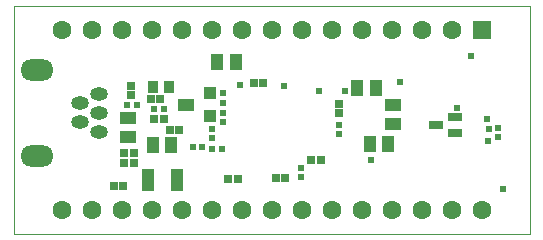
<source format=gbs>
G04*
G04 #@! TF.GenerationSoftware,Altium Limited,Altium Designer,20.1.12 (249)*
G04*
G04 Layer_Color=16711935*
%FSLAX44Y44*%
%MOMM*%
G71*
G04*
G04 #@! TF.SameCoordinates,46D68336-88F1-4D35-9B3F-DF4CA844E206*
G04*
G04*
G04 #@! TF.FilePolarity,Negative*
G04*
G01*
G75*
%ADD12C,0.1000*%
%ADD29R,0.6016X0.6016*%
%ADD34R,0.6516X0.6516*%
%ADD35R,0.6016X0.6016*%
%ADD38R,1.0516X1.4516*%
%ADD39O,1.5016X1.1016*%
%ADD40O,2.8016X1.8016*%
%ADD41C,0.1016*%
%ADD42C,1.6016*%
%ADD43R,1.6016X1.6016*%
%ADD69R,1.4516X1.0516*%
%ADD70R,0.6516X0.6516*%
%ADD71R,1.0160X1.0160*%
%ADD72R,1.3716X1.0160*%
%ADD73R,1.1016X1.9016*%
%ADD74R,0.8516X1.0016*%
%ADD75R,1.1516X0.6516*%
%ADD76C,0.6096*%
D12*
X260000Y740000D02*
Y933040D01*
X696880Y740000D02*
Y933040D01*
X260000Y740000D02*
X696880D01*
X260000Y933040D02*
X696880D01*
D29*
X437546Y858808D02*
D03*
Y850808D02*
D03*
Y842552D02*
D03*
Y834552D02*
D03*
X428402Y828582D02*
D03*
Y820582D02*
D03*
X503586Y795816D02*
D03*
Y787816D02*
D03*
X535440Y832270D02*
D03*
Y824270D02*
D03*
X670440Y829520D02*
D03*
Y821520D02*
D03*
D34*
X463190Y867520D02*
D03*
X471190D02*
D03*
X352646Y780386D02*
D03*
X344646D02*
D03*
X387190Y837282D02*
D03*
X379190D02*
D03*
X384396Y854046D02*
D03*
X376396D02*
D03*
X400398Y827884D02*
D03*
X392398D02*
D03*
X449928Y786228D02*
D03*
X441928D02*
D03*
X489806Y787244D02*
D03*
X481806D02*
D03*
X520032Y802738D02*
D03*
X512032D02*
D03*
D35*
X356216Y848534D02*
D03*
X364216D02*
D03*
X387190Y845664D02*
D03*
X379190D02*
D03*
X419956Y813152D02*
D03*
X411956D02*
D03*
X436212Y811882D02*
D03*
X428212D02*
D03*
D38*
X393730Y814676D02*
D03*
X377730D02*
D03*
X448594Y885034D02*
D03*
X432594D02*
D03*
X577440Y815770D02*
D03*
X561440D02*
D03*
X566690Y863270D02*
D03*
X550690D02*
D03*
D39*
X315954Y834362D02*
D03*
Y850362D02*
D03*
X331954Y858362D02*
D03*
Y842362D02*
D03*
Y826362D02*
D03*
D40*
X279454Y805862D02*
D03*
Y878862D02*
D03*
D41*
X277780Y759050D02*
D03*
Y913990D02*
D03*
X679100D02*
D03*
Y759050D02*
D03*
X672590Y860070D02*
D03*
X657350Y879120D02*
D03*
X672590Y802920D02*
D03*
X647190D02*
D03*
X637030Y879120D02*
D03*
X621790Y860070D02*
D03*
Y802920D02*
D03*
D42*
X402240Y760320D02*
D03*
X656240D02*
D03*
X300640D02*
D03*
X351440D02*
D03*
X376840D02*
D03*
X453040D02*
D03*
X478440D02*
D03*
X503840D02*
D03*
X554640D02*
D03*
X580040D02*
D03*
X605440D02*
D03*
X326040D02*
D03*
X427640D02*
D03*
X529240D02*
D03*
X630840D02*
D03*
X402240Y912720D02*
D03*
X300640D02*
D03*
X376840D02*
D03*
X351440D02*
D03*
X478440D02*
D03*
X453040D02*
D03*
X554640D02*
D03*
X503840D02*
D03*
X580040D02*
D03*
X605440D02*
D03*
X326040D02*
D03*
X427640D02*
D03*
X529240D02*
D03*
X630840D02*
D03*
D43*
X656240D02*
D03*
D69*
X357028Y837916D02*
D03*
Y821916D02*
D03*
X581440Y849270D02*
D03*
Y833270D02*
D03*
D70*
X359568Y865158D02*
D03*
Y857158D02*
D03*
X353726Y808008D02*
D03*
Y800008D02*
D03*
X362108Y808008D02*
D03*
Y800008D02*
D03*
X535440Y850020D02*
D03*
Y842020D02*
D03*
D71*
X426116Y858745D02*
D03*
Y839695D02*
D03*
D72*
X405796Y849093D02*
D03*
D73*
X398690Y785240D02*
D03*
X373690D02*
D03*
D74*
X391714Y864460D02*
D03*
X377714D02*
D03*
D75*
X633440Y838520D02*
D03*
Y825520D02*
D03*
X617940Y832020D02*
D03*
D76*
X452024Y865666D02*
D03*
X518826Y860770D02*
D03*
X488600Y864714D02*
D03*
X674139Y777719D02*
D03*
X540440Y860770D02*
D03*
X562514Y802444D02*
D03*
X661810Y818140D02*
D03*
X635090Y846770D02*
D03*
X646940Y890020D02*
D03*
X661190Y837020D02*
D03*
X662640Y828320D02*
D03*
X586940Y868770D02*
D03*
M02*

</source>
